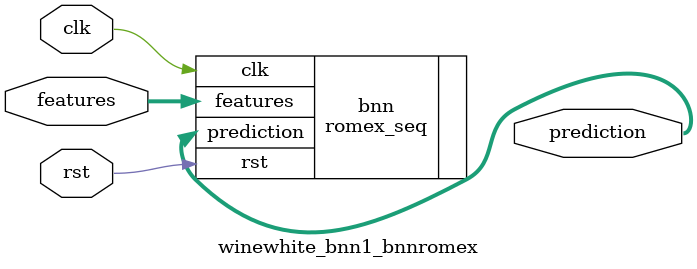
<source format=v>













module winewhite_bnn1_bnnromex #(

parameter FEAT_CNT = 11,
parameter HIDDEN_CNT = 40,
parameter FEAT_BITS = 4,
parameter CLASS_CNT = 7,
parameter TEST_CNT = 1000


  ) (
  input clk,
  input rst,
  input [FEAT_CNT*FEAT_BITS-1:0] features,
  output [$clog2(CLASS_CNT)-1:0] prediction
  );

  localparam Weights0 = 440'b00010101000000000100110001011111111100001000110010111000111101011010011001100010111100110011000010111110111001101101111011100100100101010010111001101100110001100100000010000100011001111001000101010111000101001100101000101100000110011111011111100011100111101111111000100110011101011110000110100011110011010110001110100100000101101110011001000000111010100011101011100100010011100101000101010011100110000100101000111101100110011111111111010110 ;
  localparam Weights1 = 280'b1100111000000011001100101100101011000111100011011110001100111111010011101101011100011011111010110001111101001110110101110000110111101010000011000100001011010011000011011110101100001111010011101101011100001101100010110001111111101110111001110000000011001010100110110101111011010110 ;

  romex_seq #(.FEAT_CNT(FEAT_CNT),.FEAT_BITS(FEAT_BITS),.HIDDEN_CNT(HIDDEN_CNT),.CLASS_CNT(CLASS_CNT),.Weights0(Weights0),.Weights1(Weights1)) bnn (
    .clk(clk),
    .rst(rst),
    .features(features),
    .prediction(prediction)
  );

endmodule

</source>
